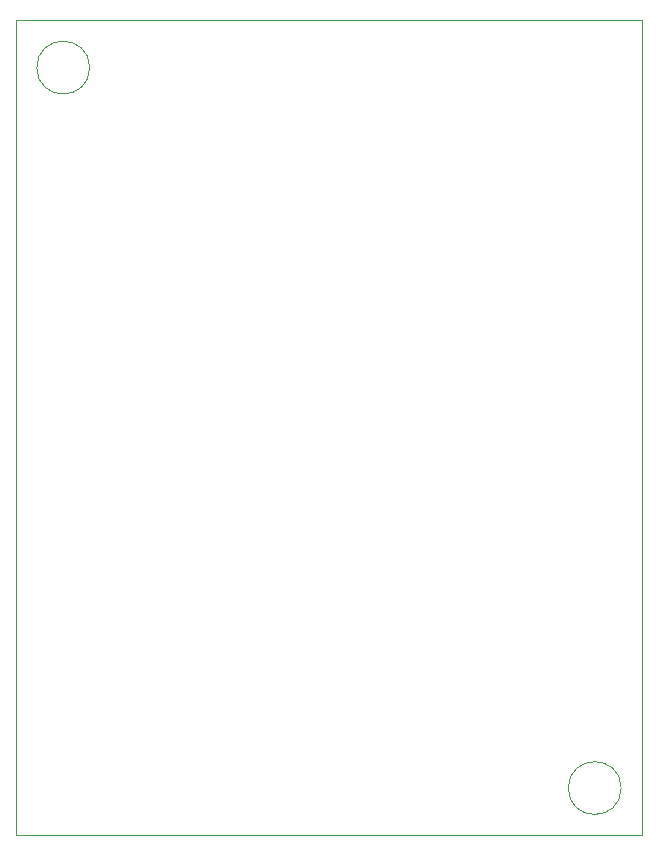
<source format=gm1>
%TF.GenerationSoftware,KiCad,Pcbnew,9.0.6*%
%TF.CreationDate,2025-12-17T12:30:06+05:30*%
%TF.ProjectId,dispenser,64697370-656e-4736-9572-2e6b69636164,rev?*%
%TF.SameCoordinates,Original*%
%TF.FileFunction,Profile,NP*%
%FSLAX46Y46*%
G04 Gerber Fmt 4.6, Leading zero omitted, Abs format (unit mm)*
G04 Created by KiCad (PCBNEW 9.0.6) date 2025-12-17 12:30:06*
%MOMM*%
%LPD*%
G01*
G04 APERTURE LIST*
%TA.AperFunction,Profile*%
%ADD10C,0.050000*%
%TD*%
G04 APERTURE END LIST*
D10*
X128236068Y-114000000D02*
G75*
G02*
X123763932Y-114000000I-2236068J0D01*
G01*
X123763932Y-114000000D02*
G75*
G02*
X128236068Y-114000000I2236068J0D01*
G01*
X83236068Y-53000000D02*
G75*
G02*
X78763932Y-53000000I-2236068J0D01*
G01*
X78763932Y-53000000D02*
G75*
G02*
X83236068Y-53000000I2236068J0D01*
G01*
X77000000Y-49000000D02*
X130000000Y-49000000D01*
X130000000Y-118000000D01*
X77000000Y-118000000D01*
X77000000Y-49000000D01*
M02*

</source>
